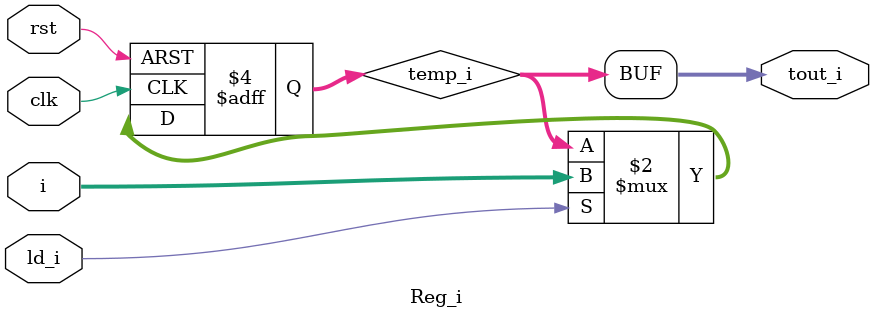
<source format=v>
`timescale 1ns/1ps
module Reg_i#(parameter data_in_width = 16)(
    input clk, 
    input rst,
    input [data_in_width-1:0]i,
    input ld_i,
    output [data_in_width-1:0] tout_i
);
reg [data_in_width-1:0] temp_i;
always@(posedge clk or posedge rst)
begin
    if (rst)
        temp_i <= 0;
    else 
        if(ld_i)
        temp_i <= i;

end
assign tout_i = temp_i;
endmodule
</source>
